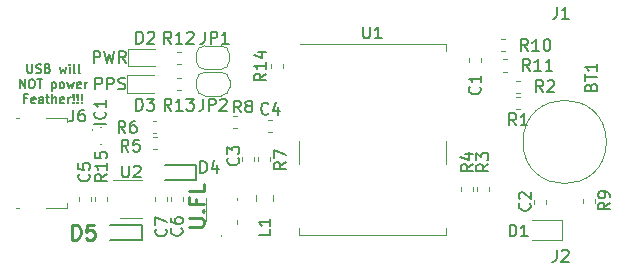
<source format=gbr>
G04 #@! TF.GenerationSoftware,KiCad,Pcbnew,(5.1.4)-1*
G04 #@! TF.CreationDate,2020-01-06T17:29:22-05:00*
G04 #@! TF.ProjectId,Feather-NEO-M9N-GPS,46656174-6865-4722-9d4e-454f2d4d394e,rev?*
G04 #@! TF.SameCoordinates,Original*
G04 #@! TF.FileFunction,Legend,Top*
G04 #@! TF.FilePolarity,Positive*
%FSLAX46Y46*%
G04 Gerber Fmt 4.6, Leading zero omitted, Abs format (unit mm)*
G04 Created by KiCad (PCBNEW (5.1.4)-1) date 2020-01-06 17:29:22*
%MOMM*%
%LPD*%
G04 APERTURE LIST*
%ADD10C,0.150000*%
%ADD11C,0.200000*%
%ADD12C,0.120000*%
%ADD13C,0.050000*%
%ADD14C,0.100000*%
%ADD15C,0.254000*%
G04 APERTURE END LIST*
D10*
X135459624Y-82118460D02*
X135459624Y-81118460D01*
X135840577Y-81118460D01*
X135935815Y-81166080D01*
X135983434Y-81213699D01*
X136031053Y-81308937D01*
X136031053Y-81451794D01*
X135983434Y-81547032D01*
X135935815Y-81594651D01*
X135840577Y-81642270D01*
X135459624Y-81642270D01*
X136459624Y-82118460D02*
X136459624Y-81118460D01*
X136840577Y-81118460D01*
X136935815Y-81166080D01*
X136983434Y-81213699D01*
X137031053Y-81308937D01*
X137031053Y-81451794D01*
X136983434Y-81547032D01*
X136935815Y-81594651D01*
X136840577Y-81642270D01*
X136459624Y-81642270D01*
X137412005Y-82070841D02*
X137554862Y-82118460D01*
X137792958Y-82118460D01*
X137888196Y-82070841D01*
X137935815Y-82023222D01*
X137983434Y-81927984D01*
X137983434Y-81832746D01*
X137935815Y-81737508D01*
X137888196Y-81689889D01*
X137792958Y-81642270D01*
X137602481Y-81594651D01*
X137507243Y-81547032D01*
X137459624Y-81499413D01*
X137412005Y-81404175D01*
X137412005Y-81308937D01*
X137459624Y-81213699D01*
X137507243Y-81166080D01*
X137602481Y-81118460D01*
X137840577Y-81118460D01*
X137983434Y-81166080D01*
X135313586Y-79868020D02*
X135313586Y-78868020D01*
X135694539Y-78868020D01*
X135789777Y-78915640D01*
X135837396Y-78963259D01*
X135885015Y-79058497D01*
X135885015Y-79201354D01*
X135837396Y-79296592D01*
X135789777Y-79344211D01*
X135694539Y-79391830D01*
X135313586Y-79391830D01*
X136218348Y-78868020D02*
X136456443Y-79868020D01*
X136646920Y-79153735D01*
X136837396Y-79868020D01*
X137075491Y-78868020D01*
X138027872Y-79868020D02*
X137694539Y-79391830D01*
X137456443Y-79868020D02*
X137456443Y-78868020D01*
X137837396Y-78868020D01*
X137932634Y-78915640D01*
X137980253Y-78963259D01*
X138027872Y-79058497D01*
X138027872Y-79201354D01*
X137980253Y-79296592D01*
X137932634Y-79344211D01*
X137837396Y-79391830D01*
X137456443Y-79391830D01*
X129680371Y-79970205D02*
X129680371Y-80577348D01*
X129716085Y-80648777D01*
X129751800Y-80684491D01*
X129823228Y-80720205D01*
X129966085Y-80720205D01*
X130037514Y-80684491D01*
X130073228Y-80648777D01*
X130108942Y-80577348D01*
X130108942Y-79970205D01*
X130430371Y-80684491D02*
X130537514Y-80720205D01*
X130716085Y-80720205D01*
X130787514Y-80684491D01*
X130823228Y-80648777D01*
X130858942Y-80577348D01*
X130858942Y-80505920D01*
X130823228Y-80434491D01*
X130787514Y-80398777D01*
X130716085Y-80363062D01*
X130573228Y-80327348D01*
X130501800Y-80291634D01*
X130466085Y-80255920D01*
X130430371Y-80184491D01*
X130430371Y-80113062D01*
X130466085Y-80041634D01*
X130501800Y-80005920D01*
X130573228Y-79970205D01*
X130751800Y-79970205D01*
X130858942Y-80005920D01*
X131430371Y-80327348D02*
X131537514Y-80363062D01*
X131573228Y-80398777D01*
X131608942Y-80470205D01*
X131608942Y-80577348D01*
X131573228Y-80648777D01*
X131537514Y-80684491D01*
X131466085Y-80720205D01*
X131180371Y-80720205D01*
X131180371Y-79970205D01*
X131430371Y-79970205D01*
X131501800Y-80005920D01*
X131537514Y-80041634D01*
X131573228Y-80113062D01*
X131573228Y-80184491D01*
X131537514Y-80255920D01*
X131501800Y-80291634D01*
X131430371Y-80327348D01*
X131180371Y-80327348D01*
X132430371Y-80220205D02*
X132573228Y-80720205D01*
X132716085Y-80363062D01*
X132858942Y-80720205D01*
X133001800Y-80220205D01*
X133287514Y-80720205D02*
X133287514Y-80220205D01*
X133287514Y-79970205D02*
X133251800Y-80005920D01*
X133287514Y-80041634D01*
X133323228Y-80005920D01*
X133287514Y-79970205D01*
X133287514Y-80041634D01*
X133751800Y-80720205D02*
X133680371Y-80684491D01*
X133644657Y-80613062D01*
X133644657Y-79970205D01*
X134144657Y-80720205D02*
X134073228Y-80684491D01*
X134037514Y-80613062D01*
X134037514Y-79970205D01*
X129073228Y-81995205D02*
X129073228Y-81245205D01*
X129501800Y-81995205D01*
X129501800Y-81245205D01*
X130001800Y-81245205D02*
X130144657Y-81245205D01*
X130216085Y-81280920D01*
X130287514Y-81352348D01*
X130323228Y-81495205D01*
X130323228Y-81745205D01*
X130287514Y-81888062D01*
X130216085Y-81959491D01*
X130144657Y-81995205D01*
X130001800Y-81995205D01*
X129930371Y-81959491D01*
X129858942Y-81888062D01*
X129823228Y-81745205D01*
X129823228Y-81495205D01*
X129858942Y-81352348D01*
X129930371Y-81280920D01*
X130001800Y-81245205D01*
X130537514Y-81245205D02*
X130966085Y-81245205D01*
X130751800Y-81995205D02*
X130751800Y-81245205D01*
X131787514Y-81495205D02*
X131787514Y-82245205D01*
X131787514Y-81530920D02*
X131858942Y-81495205D01*
X132001800Y-81495205D01*
X132073228Y-81530920D01*
X132108942Y-81566634D01*
X132144657Y-81638062D01*
X132144657Y-81852348D01*
X132108942Y-81923777D01*
X132073228Y-81959491D01*
X132001800Y-81995205D01*
X131858942Y-81995205D01*
X131787514Y-81959491D01*
X132573228Y-81995205D02*
X132501800Y-81959491D01*
X132466085Y-81923777D01*
X132430371Y-81852348D01*
X132430371Y-81638062D01*
X132466085Y-81566634D01*
X132501800Y-81530920D01*
X132573228Y-81495205D01*
X132680371Y-81495205D01*
X132751800Y-81530920D01*
X132787514Y-81566634D01*
X132823228Y-81638062D01*
X132823228Y-81852348D01*
X132787514Y-81923777D01*
X132751800Y-81959491D01*
X132680371Y-81995205D01*
X132573228Y-81995205D01*
X133073228Y-81495205D02*
X133216085Y-81995205D01*
X133358942Y-81638062D01*
X133501800Y-81995205D01*
X133644657Y-81495205D01*
X134216085Y-81959491D02*
X134144657Y-81995205D01*
X134001800Y-81995205D01*
X133930371Y-81959491D01*
X133894657Y-81888062D01*
X133894657Y-81602348D01*
X133930371Y-81530920D01*
X134001800Y-81495205D01*
X134144657Y-81495205D01*
X134216085Y-81530920D01*
X134251800Y-81602348D01*
X134251800Y-81673777D01*
X133894657Y-81745205D01*
X134573228Y-81995205D02*
X134573228Y-81495205D01*
X134573228Y-81638062D02*
X134608942Y-81566634D01*
X134644657Y-81530920D01*
X134716085Y-81495205D01*
X134787514Y-81495205D01*
X129680371Y-82877348D02*
X129430371Y-82877348D01*
X129430371Y-83270205D02*
X129430371Y-82520205D01*
X129787514Y-82520205D01*
X130358942Y-83234491D02*
X130287514Y-83270205D01*
X130144657Y-83270205D01*
X130073228Y-83234491D01*
X130037514Y-83163062D01*
X130037514Y-82877348D01*
X130073228Y-82805920D01*
X130144657Y-82770205D01*
X130287514Y-82770205D01*
X130358942Y-82805920D01*
X130394657Y-82877348D01*
X130394657Y-82948777D01*
X130037514Y-83020205D01*
X131037514Y-83270205D02*
X131037514Y-82877348D01*
X131001800Y-82805920D01*
X130930371Y-82770205D01*
X130787514Y-82770205D01*
X130716085Y-82805920D01*
X131037514Y-83234491D02*
X130966085Y-83270205D01*
X130787514Y-83270205D01*
X130716085Y-83234491D01*
X130680371Y-83163062D01*
X130680371Y-83091634D01*
X130716085Y-83020205D01*
X130787514Y-82984491D01*
X130966085Y-82984491D01*
X131037514Y-82948777D01*
X131287514Y-82770205D02*
X131573228Y-82770205D01*
X131394657Y-82520205D02*
X131394657Y-83163062D01*
X131430371Y-83234491D01*
X131501800Y-83270205D01*
X131573228Y-83270205D01*
X131823228Y-83270205D02*
X131823228Y-82520205D01*
X132144657Y-83270205D02*
X132144657Y-82877348D01*
X132108942Y-82805920D01*
X132037514Y-82770205D01*
X131930371Y-82770205D01*
X131858942Y-82805920D01*
X131823228Y-82841634D01*
X132787514Y-83234491D02*
X132716085Y-83270205D01*
X132573228Y-83270205D01*
X132501800Y-83234491D01*
X132466085Y-83163062D01*
X132466085Y-82877348D01*
X132501800Y-82805920D01*
X132573228Y-82770205D01*
X132716085Y-82770205D01*
X132787514Y-82805920D01*
X132823228Y-82877348D01*
X132823228Y-82948777D01*
X132466085Y-83020205D01*
X133144657Y-83270205D02*
X133144657Y-82770205D01*
X133144657Y-82913062D02*
X133180371Y-82841634D01*
X133216085Y-82805920D01*
X133287514Y-82770205D01*
X133358942Y-82770205D01*
X133608942Y-83198777D02*
X133644657Y-83234491D01*
X133608942Y-83270205D01*
X133573228Y-83234491D01*
X133608942Y-83198777D01*
X133608942Y-83270205D01*
X133608942Y-82984491D02*
X133573228Y-82555920D01*
X133608942Y-82520205D01*
X133644657Y-82555920D01*
X133608942Y-82984491D01*
X133608942Y-82520205D01*
X133966085Y-83198777D02*
X134001800Y-83234491D01*
X133966085Y-83270205D01*
X133930371Y-83234491D01*
X133966085Y-83198777D01*
X133966085Y-83270205D01*
X133966085Y-82984491D02*
X133930371Y-82555920D01*
X133966085Y-82520205D01*
X134001800Y-82555920D01*
X133966085Y-82984491D01*
X133966085Y-82520205D01*
X134323228Y-83198777D02*
X134358942Y-83234491D01*
X134323228Y-83270205D01*
X134287514Y-83234491D01*
X134323228Y-83198777D01*
X134323228Y-83270205D01*
X134323228Y-82984491D02*
X134287514Y-82555920D01*
X134323228Y-82520205D01*
X134358942Y-82555920D01*
X134323228Y-82984491D01*
X134323228Y-82520205D01*
D11*
X139391800Y-93558600D02*
X136716800Y-93558600D01*
X139391800Y-94858600D02*
X136716800Y-94858600D01*
X139391800Y-94858600D02*
X139391800Y-93558600D01*
X144001900Y-88478600D02*
X141326900Y-88478600D01*
X144001900Y-89778600D02*
X141326900Y-89778600D01*
X144001900Y-89778600D02*
X144001900Y-88478600D01*
D12*
X141556200Y-91564679D02*
X141556200Y-91239121D01*
X140536200Y-91564679D02*
X140536200Y-91239121D01*
X142915100Y-91564679D02*
X142915100Y-91239121D01*
X141895100Y-91564679D02*
X141895100Y-91239121D01*
X135053800Y-91551979D02*
X135053800Y-91226421D01*
X134033800Y-91551979D02*
X134033800Y-91226421D01*
X139380800Y-89791900D02*
X136930800Y-89791900D01*
X137580800Y-93011900D02*
X139380800Y-93011900D01*
X135443500Y-91201021D02*
X135443500Y-91526579D01*
X136463500Y-91201021D02*
X136463500Y-91526579D01*
X165112400Y-93847300D02*
X165112400Y-94447300D01*
X165112400Y-78237300D02*
X165112400Y-78847300D01*
X152692400Y-93847300D02*
X152692400Y-94457300D01*
X152802400Y-78237300D02*
X165112400Y-78237300D01*
X152692400Y-94457300D02*
X165112400Y-94457300D01*
X165112400Y-86447300D02*
X165112400Y-88447300D01*
X152692400Y-86447300D02*
X152692400Y-88447300D01*
D13*
X135215400Y-85529800D02*
G75*
G02X135165400Y-85529800I-25000J0D01*
G01*
X135165400Y-85529800D02*
G75*
G02X135215400Y-85529800I25000J0D01*
G01*
D14*
X135915400Y-86754800D02*
X135965400Y-86754800D01*
X135915400Y-85304800D02*
X135965400Y-85304800D01*
X135865400Y-86754800D02*
X135915400Y-86754800D01*
X135865400Y-85304800D02*
X135915400Y-85304800D01*
D13*
X135165400Y-85529800D02*
X135165400Y-85529800D01*
X135215400Y-85529800D02*
X135215400Y-85529800D01*
D14*
X146138900Y-94452800D02*
G75*
G03X146138900Y-94552800I0J-50000D01*
G01*
X146138900Y-94552800D02*
G75*
G03X146138900Y-94452800I0J50000D01*
G01*
X146138900Y-94552800D02*
X146138900Y-94552800D01*
X146138900Y-94452800D02*
X146138900Y-94452800D01*
X147438900Y-91502800D02*
X147438900Y-91300800D01*
X147438900Y-93195800D02*
X147438900Y-93502800D01*
X144838900Y-93252800D02*
X144838900Y-91300800D01*
D12*
X128707840Y-84510880D02*
X128967840Y-84510880D01*
X131247840Y-84510880D02*
X133017840Y-84510880D01*
X133017840Y-84510880D02*
X133017840Y-84890880D01*
X133017840Y-92130880D02*
X131247840Y-92130880D01*
X128967840Y-92130880D02*
X128707840Y-92130880D01*
X133017840Y-92130880D02*
X133017840Y-91750880D01*
X151386000Y-80294699D02*
X151386000Y-79969141D01*
X150366000Y-80294699D02*
X150366000Y-79969141D01*
X142366941Y-82155760D02*
X142692499Y-82155760D01*
X142366941Y-81135760D02*
X142692499Y-81135760D01*
X142361701Y-79940880D02*
X142687259Y-79940880D01*
X142361701Y-78920880D02*
X142687259Y-78920880D01*
X170322459Y-79576200D02*
X169996901Y-79576200D01*
X170322459Y-80596200D02*
X169996901Y-80596200D01*
X170164979Y-77843920D02*
X169839421Y-77843920D01*
X170164979Y-78863920D02*
X169839421Y-78863920D01*
X176741360Y-91422001D02*
X176741360Y-91747559D01*
X177761360Y-91422001D02*
X177761360Y-91747559D01*
X147106421Y-85346000D02*
X147431979Y-85346000D01*
X147106421Y-84326000D02*
X147431979Y-84326000D01*
X149248400Y-87835521D02*
X149248400Y-88161079D01*
X150268400Y-87835521D02*
X150268400Y-88161079D01*
X140627319Y-84813680D02*
X140301761Y-84813680D01*
X140627319Y-85833680D02*
X140301761Y-85833680D01*
X140637479Y-86170040D02*
X140311921Y-86170040D01*
X140637479Y-87190040D02*
X140311921Y-87190040D01*
X167446420Y-90688379D02*
X167446420Y-90362821D01*
X166426420Y-90688379D02*
X166426420Y-90362821D01*
X168802780Y-90688379D02*
X168802780Y-90362821D01*
X167782780Y-90688379D02*
X167782780Y-90362821D01*
X171424819Y-81379600D02*
X171099261Y-81379600D01*
X171424819Y-82399600D02*
X171099261Y-82399600D01*
X171409579Y-82756280D02*
X171084021Y-82756280D01*
X171409579Y-83776280D02*
X171084021Y-83776280D01*
X150103621Y-85727000D02*
X150429179Y-85727000D01*
X150103621Y-84707000D02*
X150429179Y-84707000D01*
X147902200Y-87835521D02*
X147902200Y-88161079D01*
X148922200Y-87835521D02*
X148922200Y-88161079D01*
X172626560Y-91447401D02*
X172626560Y-91772959D01*
X173646560Y-91447401D02*
X173646560Y-91772959D01*
X167069040Y-79491621D02*
X167069040Y-79817179D01*
X168089040Y-79491621D02*
X168089040Y-79817179D01*
X146120080Y-82645760D02*
X144720080Y-82645760D01*
X144020080Y-81945760D02*
X144020080Y-81345760D01*
X144720080Y-80645760D02*
X146120080Y-80645760D01*
X146820080Y-81345760D02*
X146820080Y-81945760D01*
X146820080Y-81945760D02*
G75*
G02X146120080Y-82645760I-700000J0D01*
G01*
X146120080Y-80645760D02*
G75*
G02X146820080Y-81345760I0J-700000D01*
G01*
X144020080Y-81345760D02*
G75*
G02X144720080Y-80645760I700000J0D01*
G01*
X144720080Y-82645760D02*
G75*
G02X144020080Y-81945760I0J700000D01*
G01*
X146107380Y-80413100D02*
X144707380Y-80413100D01*
X144007380Y-79713100D02*
X144007380Y-79113100D01*
X144707380Y-78413100D02*
X146107380Y-78413100D01*
X146807380Y-79113100D02*
X146807380Y-79713100D01*
X146807380Y-79713100D02*
G75*
G02X146107380Y-80413100I-700000J0D01*
G01*
X146107380Y-78413100D02*
G75*
G02X146807380Y-79113100I0J-700000D01*
G01*
X144007380Y-79113100D02*
G75*
G02X144707380Y-78413100I700000J0D01*
G01*
X144707380Y-80413100D02*
G75*
G02X144007380Y-79713100I0J700000D01*
G01*
X138174360Y-82380760D02*
X140459360Y-82380760D01*
X138174360Y-80910760D02*
X138174360Y-82380760D01*
X140459360Y-80910760D02*
X138174360Y-80910760D01*
X138181980Y-80148100D02*
X140466980Y-80148100D01*
X138181980Y-78678100D02*
X138181980Y-80148100D01*
X140466980Y-78678100D02*
X138181980Y-78678100D01*
X174941360Y-94873180D02*
X172391360Y-94873180D01*
X174941360Y-93173180D02*
X172391360Y-93173180D01*
X174941360Y-94873180D02*
X174941360Y-93173180D01*
X178723960Y-86559380D02*
G75*
G03X178723960Y-86559380I-3530000J0D01*
G01*
X150468400Y-91558878D02*
X150468400Y-91041722D01*
X149048400Y-91558878D02*
X149048400Y-91041722D01*
D15*
X133479419Y-94821223D02*
X133479419Y-93551223D01*
X133781800Y-93551223D01*
X133963228Y-93611700D01*
X134084180Y-93732652D01*
X134144657Y-93853604D01*
X134205133Y-94095509D01*
X134205133Y-94276938D01*
X134144657Y-94518842D01*
X134084180Y-94639795D01*
X133963228Y-94760747D01*
X133781800Y-94821223D01*
X133479419Y-94821223D01*
X135354180Y-93551223D02*
X134749419Y-93551223D01*
X134688942Y-94155985D01*
X134749419Y-94095509D01*
X134870371Y-94035033D01*
X135172752Y-94035033D01*
X135293704Y-94095509D01*
X135354180Y-94155985D01*
X135414657Y-94276938D01*
X135414657Y-94579319D01*
X135354180Y-94700271D01*
X135293704Y-94760747D01*
X135172752Y-94821223D01*
X134870371Y-94821223D01*
X134749419Y-94760747D01*
X134688942Y-94700271D01*
D10*
X144346704Y-89174580D02*
X144346704Y-88174580D01*
X144584800Y-88174580D01*
X144727657Y-88222200D01*
X144822895Y-88317438D01*
X144870514Y-88412676D01*
X144918133Y-88603152D01*
X144918133Y-88746009D01*
X144870514Y-88936485D01*
X144822895Y-89031723D01*
X144727657Y-89126961D01*
X144584800Y-89174580D01*
X144346704Y-89174580D01*
X145775276Y-88507914D02*
X145775276Y-89174580D01*
X145537180Y-88126961D02*
X145299085Y-88841247D01*
X145918133Y-88841247D01*
X141416042Y-93930766D02*
X141463661Y-93978385D01*
X141511280Y-94121242D01*
X141511280Y-94216480D01*
X141463661Y-94359338D01*
X141368423Y-94454576D01*
X141273185Y-94502195D01*
X141082709Y-94549814D01*
X140939852Y-94549814D01*
X140749376Y-94502195D01*
X140654138Y-94454576D01*
X140558900Y-94359338D01*
X140511280Y-94216480D01*
X140511280Y-94121242D01*
X140558900Y-93978385D01*
X140606519Y-93930766D01*
X140511280Y-93597433D02*
X140511280Y-92930766D01*
X141511280Y-93359338D01*
X142749542Y-93867266D02*
X142797161Y-93914885D01*
X142844780Y-94057742D01*
X142844780Y-94152980D01*
X142797161Y-94295838D01*
X142701923Y-94391076D01*
X142606685Y-94438695D01*
X142416209Y-94486314D01*
X142273352Y-94486314D01*
X142082876Y-94438695D01*
X141987638Y-94391076D01*
X141892400Y-94295838D01*
X141844780Y-94152980D01*
X141844780Y-94057742D01*
X141892400Y-93914885D01*
X141940019Y-93867266D01*
X141844780Y-93010123D02*
X141844780Y-93200600D01*
X141892400Y-93295838D01*
X141940019Y-93343457D01*
X142082876Y-93438695D01*
X142273352Y-93486314D01*
X142654304Y-93486314D01*
X142749542Y-93438695D01*
X142797161Y-93391076D01*
X142844780Y-93295838D01*
X142844780Y-93105361D01*
X142797161Y-93010123D01*
X142749542Y-92962504D01*
X142654304Y-92914885D01*
X142416209Y-92914885D01*
X142320971Y-92962504D01*
X142273352Y-93010123D01*
X142225733Y-93105361D01*
X142225733Y-93295838D01*
X142273352Y-93391076D01*
X142320971Y-93438695D01*
X142416209Y-93486314D01*
X134900942Y-89282566D02*
X134948561Y-89330185D01*
X134996180Y-89473042D01*
X134996180Y-89568280D01*
X134948561Y-89711138D01*
X134853323Y-89806376D01*
X134758085Y-89853995D01*
X134567609Y-89901614D01*
X134424752Y-89901614D01*
X134234276Y-89853995D01*
X134139038Y-89806376D01*
X134043800Y-89711138D01*
X133996180Y-89568280D01*
X133996180Y-89473042D01*
X134043800Y-89330185D01*
X134091419Y-89282566D01*
X133996180Y-88377804D02*
X133996180Y-88853995D01*
X134472371Y-88901614D01*
X134424752Y-88853995D01*
X134377133Y-88758757D01*
X134377133Y-88520661D01*
X134424752Y-88425423D01*
X134472371Y-88377804D01*
X134567609Y-88330185D01*
X134805704Y-88330185D01*
X134900942Y-88377804D01*
X134948561Y-88425423D01*
X134996180Y-88520661D01*
X134996180Y-88758757D01*
X134948561Y-88853995D01*
X134900942Y-88901614D01*
X137718895Y-88568280D02*
X137718895Y-89377804D01*
X137766514Y-89473042D01*
X137814133Y-89520661D01*
X137909371Y-89568280D01*
X138099847Y-89568280D01*
X138195085Y-89520661D01*
X138242704Y-89473042D01*
X138290323Y-89377804D01*
X138290323Y-88568280D01*
X138718895Y-88663519D02*
X138766514Y-88615900D01*
X138861752Y-88568280D01*
X139099847Y-88568280D01*
X139195085Y-88615900D01*
X139242704Y-88663519D01*
X139290323Y-88758757D01*
X139290323Y-88853995D01*
X139242704Y-88996852D01*
X138671276Y-89568280D01*
X139290323Y-89568280D01*
X136431280Y-89288857D02*
X135955090Y-89622190D01*
X136431280Y-89860285D02*
X135431280Y-89860285D01*
X135431280Y-89479333D01*
X135478900Y-89384095D01*
X135526519Y-89336476D01*
X135621757Y-89288857D01*
X135764614Y-89288857D01*
X135859852Y-89336476D01*
X135907471Y-89384095D01*
X135955090Y-89479333D01*
X135955090Y-89860285D01*
X136431280Y-88336476D02*
X136431280Y-88907904D01*
X136431280Y-88622190D02*
X135431280Y-88622190D01*
X135574138Y-88717428D01*
X135669376Y-88812666D01*
X135716995Y-88907904D01*
X135431280Y-87431714D02*
X135431280Y-87907904D01*
X135907471Y-87955523D01*
X135859852Y-87907904D01*
X135812233Y-87812666D01*
X135812233Y-87574571D01*
X135859852Y-87479333D01*
X135907471Y-87431714D01*
X136002709Y-87384095D01*
X136240804Y-87384095D01*
X136336042Y-87431714D01*
X136383661Y-87479333D01*
X136431280Y-87574571D01*
X136431280Y-87812666D01*
X136383661Y-87907904D01*
X136336042Y-87955523D01*
X158140495Y-76799680D02*
X158140495Y-77609204D01*
X158188114Y-77704442D01*
X158235733Y-77752061D01*
X158330971Y-77799680D01*
X158521447Y-77799680D01*
X158616685Y-77752061D01*
X158664304Y-77704442D01*
X158711923Y-77609204D01*
X158711923Y-76799680D01*
X159711923Y-77799680D02*
X159140495Y-77799680D01*
X159426209Y-77799680D02*
X159426209Y-76799680D01*
X159330971Y-76942538D01*
X159235733Y-77037776D01*
X159140495Y-77085395D01*
X136362700Y-85050190D02*
X135362700Y-85050190D01*
X136267462Y-84002571D02*
X136315081Y-84050190D01*
X136362700Y-84193047D01*
X136362700Y-84288285D01*
X136315081Y-84431142D01*
X136219843Y-84526380D01*
X136124605Y-84574000D01*
X135934129Y-84621619D01*
X135791272Y-84621619D01*
X135600796Y-84574000D01*
X135505558Y-84526380D01*
X135410320Y-84431142D01*
X135362700Y-84288285D01*
X135362700Y-84193047D01*
X135410320Y-84050190D01*
X135457939Y-84002571D01*
X136362700Y-83050190D02*
X136362700Y-83621619D01*
X136362700Y-83335904D02*
X135362700Y-83335904D01*
X135505558Y-83431142D01*
X135600796Y-83526380D01*
X135648415Y-83621619D01*
D15*
X143398723Y-93722371D02*
X144426819Y-93722371D01*
X144547771Y-93661895D01*
X144608247Y-93601419D01*
X144668723Y-93480466D01*
X144668723Y-93238561D01*
X144608247Y-93117609D01*
X144547771Y-93057133D01*
X144426819Y-92996657D01*
X143398723Y-92996657D01*
X144547771Y-92391895D02*
X144608247Y-92331419D01*
X144668723Y-92391895D01*
X144608247Y-92452371D01*
X144547771Y-92391895D01*
X144668723Y-92391895D01*
X144003485Y-91363800D02*
X144003485Y-91787133D01*
X144668723Y-91787133D02*
X143398723Y-91787133D01*
X143398723Y-91182371D01*
X144668723Y-90093800D02*
X144668723Y-90698561D01*
X143398723Y-90698561D01*
D10*
X133600866Y-83818480D02*
X133600866Y-84532766D01*
X133553247Y-84675623D01*
X133458009Y-84770861D01*
X133315152Y-84818480D01*
X133219914Y-84818480D01*
X134505628Y-83818480D02*
X134315152Y-83818480D01*
X134219914Y-83866100D01*
X134172295Y-83913719D01*
X134077057Y-84056576D01*
X134029438Y-84247052D01*
X134029438Y-84628004D01*
X134077057Y-84723242D01*
X134124676Y-84770861D01*
X134219914Y-84818480D01*
X134410390Y-84818480D01*
X134505628Y-84770861D01*
X134553247Y-84723242D01*
X134600866Y-84628004D01*
X134600866Y-84389909D01*
X134553247Y-84294671D01*
X134505628Y-84247052D01*
X134410390Y-84199433D01*
X134219914Y-84199433D01*
X134124676Y-84247052D01*
X134077057Y-84294671D01*
X134029438Y-84389909D01*
X149898380Y-80774777D02*
X149422190Y-81108110D01*
X149898380Y-81346205D02*
X148898380Y-81346205D01*
X148898380Y-80965253D01*
X148946000Y-80870015D01*
X148993619Y-80822396D01*
X149088857Y-80774777D01*
X149231714Y-80774777D01*
X149326952Y-80822396D01*
X149374571Y-80870015D01*
X149422190Y-80965253D01*
X149422190Y-81346205D01*
X149898380Y-79822396D02*
X149898380Y-80393824D01*
X149898380Y-80108110D02*
X148898380Y-80108110D01*
X149041238Y-80203348D01*
X149136476Y-80298586D01*
X149184095Y-80393824D01*
X149231714Y-78965253D02*
X149898380Y-78965253D01*
X148850761Y-79203348D02*
X149565047Y-79441443D01*
X149565047Y-78822396D01*
X141886702Y-83898140D02*
X141553369Y-83421950D01*
X141315274Y-83898140D02*
X141315274Y-82898140D01*
X141696226Y-82898140D01*
X141791464Y-82945760D01*
X141839083Y-82993379D01*
X141886702Y-83088617D01*
X141886702Y-83231474D01*
X141839083Y-83326712D01*
X141791464Y-83374331D01*
X141696226Y-83421950D01*
X141315274Y-83421950D01*
X142839083Y-83898140D02*
X142267655Y-83898140D01*
X142553369Y-83898140D02*
X142553369Y-82898140D01*
X142458131Y-83040998D01*
X142362893Y-83136236D01*
X142267655Y-83183855D01*
X143172417Y-82898140D02*
X143791464Y-82898140D01*
X143458131Y-83279093D01*
X143600988Y-83279093D01*
X143696226Y-83326712D01*
X143743845Y-83374331D01*
X143791464Y-83469569D01*
X143791464Y-83707664D01*
X143743845Y-83802902D01*
X143696226Y-83850521D01*
X143600988Y-83898140D01*
X143315274Y-83898140D01*
X143220036Y-83850521D01*
X143172417Y-83802902D01*
X141881062Y-78244960D02*
X141547729Y-77768770D01*
X141309634Y-78244960D02*
X141309634Y-77244960D01*
X141690586Y-77244960D01*
X141785824Y-77292580D01*
X141833443Y-77340199D01*
X141881062Y-77435437D01*
X141881062Y-77578294D01*
X141833443Y-77673532D01*
X141785824Y-77721151D01*
X141690586Y-77768770D01*
X141309634Y-77768770D01*
X142833443Y-78244960D02*
X142262015Y-78244960D01*
X142547729Y-78244960D02*
X142547729Y-77244960D01*
X142452491Y-77387818D01*
X142357253Y-77483056D01*
X142262015Y-77530675D01*
X143214396Y-77340199D02*
X143262015Y-77292580D01*
X143357253Y-77244960D01*
X143595348Y-77244960D01*
X143690586Y-77292580D01*
X143738205Y-77340199D01*
X143785824Y-77435437D01*
X143785824Y-77530675D01*
X143738205Y-77673532D01*
X143166777Y-78244960D01*
X143785824Y-78244960D01*
X172244782Y-80533500D02*
X171911449Y-80057310D01*
X171673354Y-80533500D02*
X171673354Y-79533500D01*
X172054306Y-79533500D01*
X172149544Y-79581120D01*
X172197163Y-79628739D01*
X172244782Y-79723977D01*
X172244782Y-79866834D01*
X172197163Y-79962072D01*
X172149544Y-80009691D01*
X172054306Y-80057310D01*
X171673354Y-80057310D01*
X173197163Y-80533500D02*
X172625735Y-80533500D01*
X172911449Y-80533500D02*
X172911449Y-79533500D01*
X172816211Y-79676358D01*
X172720973Y-79771596D01*
X172625735Y-79819215D01*
X174149544Y-80533500D02*
X173578116Y-80533500D01*
X173863830Y-80533500D02*
X173863830Y-79533500D01*
X173768592Y-79676358D01*
X173673354Y-79771596D01*
X173578116Y-79819215D01*
X172077142Y-78862180D02*
X171743809Y-78385990D01*
X171505714Y-78862180D02*
X171505714Y-77862180D01*
X171886666Y-77862180D01*
X171981904Y-77909800D01*
X172029523Y-77957419D01*
X172077142Y-78052657D01*
X172077142Y-78195514D01*
X172029523Y-78290752D01*
X171981904Y-78338371D01*
X171886666Y-78385990D01*
X171505714Y-78385990D01*
X173029523Y-78862180D02*
X172458095Y-78862180D01*
X172743809Y-78862180D02*
X172743809Y-77862180D01*
X172648571Y-78005038D01*
X172553333Y-78100276D01*
X172458095Y-78147895D01*
X173648571Y-77862180D02*
X173743809Y-77862180D01*
X173839047Y-77909800D01*
X173886666Y-77957419D01*
X173934285Y-78052657D01*
X173981904Y-78243133D01*
X173981904Y-78481228D01*
X173934285Y-78671704D01*
X173886666Y-78766942D01*
X173839047Y-78814561D01*
X173743809Y-78862180D01*
X173648571Y-78862180D01*
X173553333Y-78814561D01*
X173505714Y-78766942D01*
X173458095Y-78671704D01*
X173410476Y-78481228D01*
X173410476Y-78243133D01*
X173458095Y-78052657D01*
X173505714Y-77957419D01*
X173553333Y-77909800D01*
X173648571Y-77862180D01*
X179024540Y-91700646D02*
X178548350Y-92033980D01*
X179024540Y-92272075D02*
X178024540Y-92272075D01*
X178024540Y-91891122D01*
X178072160Y-91795884D01*
X178119779Y-91748265D01*
X178215017Y-91700646D01*
X178357874Y-91700646D01*
X178453112Y-91748265D01*
X178500731Y-91795884D01*
X178548350Y-91891122D01*
X178548350Y-92272075D01*
X179024540Y-91224456D02*
X179024540Y-91033980D01*
X178976921Y-90938741D01*
X178929302Y-90891122D01*
X178786445Y-90795884D01*
X178595969Y-90748265D01*
X178215017Y-90748265D01*
X178119779Y-90795884D01*
X178072160Y-90843503D01*
X178024540Y-90938741D01*
X178024540Y-91129218D01*
X178072160Y-91224456D01*
X178119779Y-91272075D01*
X178215017Y-91319694D01*
X178453112Y-91319694D01*
X178548350Y-91272075D01*
X178595969Y-91224456D01*
X178643588Y-91129218D01*
X178643588Y-90938741D01*
X178595969Y-90843503D01*
X178548350Y-90795884D01*
X178453112Y-90748265D01*
X147788333Y-84056480D02*
X147455000Y-83580290D01*
X147216904Y-84056480D02*
X147216904Y-83056480D01*
X147597857Y-83056480D01*
X147693095Y-83104100D01*
X147740714Y-83151719D01*
X147788333Y-83246957D01*
X147788333Y-83389814D01*
X147740714Y-83485052D01*
X147693095Y-83532671D01*
X147597857Y-83580290D01*
X147216904Y-83580290D01*
X148359761Y-83485052D02*
X148264523Y-83437433D01*
X148216904Y-83389814D01*
X148169285Y-83294576D01*
X148169285Y-83246957D01*
X148216904Y-83151719D01*
X148264523Y-83104100D01*
X148359761Y-83056480D01*
X148550238Y-83056480D01*
X148645476Y-83104100D01*
X148693095Y-83151719D01*
X148740714Y-83246957D01*
X148740714Y-83294576D01*
X148693095Y-83389814D01*
X148645476Y-83437433D01*
X148550238Y-83485052D01*
X148359761Y-83485052D01*
X148264523Y-83532671D01*
X148216904Y-83580290D01*
X148169285Y-83675528D01*
X148169285Y-83866004D01*
X148216904Y-83961242D01*
X148264523Y-84008861D01*
X148359761Y-84056480D01*
X148550238Y-84056480D01*
X148645476Y-84008861D01*
X148693095Y-83961242D01*
X148740714Y-83866004D01*
X148740714Y-83675528D01*
X148693095Y-83580290D01*
X148645476Y-83532671D01*
X148550238Y-83485052D01*
X151569680Y-88266566D02*
X151093490Y-88599900D01*
X151569680Y-88837995D02*
X150569680Y-88837995D01*
X150569680Y-88457042D01*
X150617300Y-88361804D01*
X150664919Y-88314185D01*
X150760157Y-88266566D01*
X150903014Y-88266566D01*
X150998252Y-88314185D01*
X151045871Y-88361804D01*
X151093490Y-88457042D01*
X151093490Y-88837995D01*
X150569680Y-87933233D02*
X150569680Y-87266566D01*
X151569680Y-87695138D01*
X137996633Y-85783680D02*
X137663300Y-85307490D01*
X137425204Y-85783680D02*
X137425204Y-84783680D01*
X137806157Y-84783680D01*
X137901395Y-84831300D01*
X137949014Y-84878919D01*
X137996633Y-84974157D01*
X137996633Y-85117014D01*
X137949014Y-85212252D01*
X137901395Y-85259871D01*
X137806157Y-85307490D01*
X137425204Y-85307490D01*
X138853776Y-84783680D02*
X138663300Y-84783680D01*
X138568061Y-84831300D01*
X138520442Y-84878919D01*
X138425204Y-85021776D01*
X138377585Y-85212252D01*
X138377585Y-85593204D01*
X138425204Y-85688442D01*
X138472823Y-85736061D01*
X138568061Y-85783680D01*
X138758538Y-85783680D01*
X138853776Y-85736061D01*
X138901395Y-85688442D01*
X138949014Y-85593204D01*
X138949014Y-85355109D01*
X138901395Y-85259871D01*
X138853776Y-85212252D01*
X138758538Y-85164633D01*
X138568061Y-85164633D01*
X138472823Y-85212252D01*
X138425204Y-85259871D01*
X138377585Y-85355109D01*
X138263333Y-87371180D02*
X137930000Y-86894990D01*
X137691904Y-87371180D02*
X137691904Y-86371180D01*
X138072857Y-86371180D01*
X138168095Y-86418800D01*
X138215714Y-86466419D01*
X138263333Y-86561657D01*
X138263333Y-86704514D01*
X138215714Y-86799752D01*
X138168095Y-86847371D01*
X138072857Y-86894990D01*
X137691904Y-86894990D01*
X139168095Y-86371180D02*
X138691904Y-86371180D01*
X138644285Y-86847371D01*
X138691904Y-86799752D01*
X138787142Y-86752133D01*
X139025238Y-86752133D01*
X139120476Y-86799752D01*
X139168095Y-86847371D01*
X139215714Y-86942609D01*
X139215714Y-87180704D01*
X139168095Y-87275942D01*
X139120476Y-87323561D01*
X139025238Y-87371180D01*
X138787142Y-87371180D01*
X138691904Y-87323561D01*
X138644285Y-87275942D01*
X167419280Y-88431666D02*
X166943090Y-88765000D01*
X167419280Y-89003095D02*
X166419280Y-89003095D01*
X166419280Y-88622142D01*
X166466900Y-88526904D01*
X166514519Y-88479285D01*
X166609757Y-88431666D01*
X166752614Y-88431666D01*
X166847852Y-88479285D01*
X166895471Y-88526904D01*
X166943090Y-88622142D01*
X166943090Y-89003095D01*
X166752614Y-87574523D02*
X167419280Y-87574523D01*
X166371661Y-87812619D02*
X167085947Y-88050714D01*
X167085947Y-87431666D01*
X168727380Y-88431666D02*
X168251190Y-88765000D01*
X168727380Y-89003095D02*
X167727380Y-89003095D01*
X167727380Y-88622142D01*
X167775000Y-88526904D01*
X167822619Y-88479285D01*
X167917857Y-88431666D01*
X168060714Y-88431666D01*
X168155952Y-88479285D01*
X168203571Y-88526904D01*
X168251190Y-88622142D01*
X168251190Y-89003095D01*
X167727380Y-88098333D02*
X167727380Y-87479285D01*
X168108333Y-87812619D01*
X168108333Y-87669761D01*
X168155952Y-87574523D01*
X168203571Y-87526904D01*
X168298809Y-87479285D01*
X168536904Y-87479285D01*
X168632142Y-87526904D01*
X168679761Y-87574523D01*
X168727380Y-87669761D01*
X168727380Y-87955476D01*
X168679761Y-88050714D01*
X168632142Y-88098333D01*
X173371213Y-82316580D02*
X173037880Y-81840390D01*
X172799784Y-82316580D02*
X172799784Y-81316580D01*
X173180737Y-81316580D01*
X173275975Y-81364200D01*
X173323594Y-81411819D01*
X173371213Y-81507057D01*
X173371213Y-81649914D01*
X173323594Y-81745152D01*
X173275975Y-81792771D01*
X173180737Y-81840390D01*
X172799784Y-81840390D01*
X173752165Y-81411819D02*
X173799784Y-81364200D01*
X173895022Y-81316580D01*
X174133118Y-81316580D01*
X174228356Y-81364200D01*
X174275975Y-81411819D01*
X174323594Y-81507057D01*
X174323594Y-81602295D01*
X174275975Y-81745152D01*
X173704546Y-82316580D01*
X174323594Y-82316580D01*
X171080133Y-85148660D02*
X170746800Y-84672470D01*
X170508704Y-85148660D02*
X170508704Y-84148660D01*
X170889657Y-84148660D01*
X170984895Y-84196280D01*
X171032514Y-84243899D01*
X171080133Y-84339137D01*
X171080133Y-84481994D01*
X171032514Y-84577232D01*
X170984895Y-84624851D01*
X170889657Y-84672470D01*
X170508704Y-84672470D01*
X172032514Y-85148660D02*
X171461085Y-85148660D01*
X171746800Y-85148660D02*
X171746800Y-84148660D01*
X171651561Y-84291518D01*
X171556323Y-84386756D01*
X171461085Y-84434375D01*
X150099733Y-84144142D02*
X150052114Y-84191761D01*
X149909257Y-84239380D01*
X149814019Y-84239380D01*
X149671161Y-84191761D01*
X149575923Y-84096523D01*
X149528304Y-84001285D01*
X149480685Y-83810809D01*
X149480685Y-83667952D01*
X149528304Y-83477476D01*
X149575923Y-83382238D01*
X149671161Y-83287000D01*
X149814019Y-83239380D01*
X149909257Y-83239380D01*
X150052114Y-83287000D01*
X150099733Y-83334619D01*
X150956876Y-83572714D02*
X150956876Y-84239380D01*
X150718780Y-83191761D02*
X150480685Y-83906047D01*
X151099733Y-83906047D01*
X147537442Y-87898266D02*
X147585061Y-87945885D01*
X147632680Y-88088742D01*
X147632680Y-88183980D01*
X147585061Y-88326838D01*
X147489823Y-88422076D01*
X147394585Y-88469695D01*
X147204109Y-88517314D01*
X147061252Y-88517314D01*
X146870776Y-88469695D01*
X146775538Y-88422076D01*
X146680300Y-88326838D01*
X146632680Y-88183980D01*
X146632680Y-88088742D01*
X146680300Y-87945885D01*
X146727919Y-87898266D01*
X146632680Y-87564933D02*
X146632680Y-86945885D01*
X147013633Y-87279219D01*
X147013633Y-87136361D01*
X147061252Y-87041123D01*
X147108871Y-86993504D01*
X147204109Y-86945885D01*
X147442204Y-86945885D01*
X147537442Y-86993504D01*
X147585061Y-87041123D01*
X147632680Y-87136361D01*
X147632680Y-87422076D01*
X147585061Y-87517314D01*
X147537442Y-87564933D01*
X172223702Y-91751446D02*
X172271321Y-91799065D01*
X172318940Y-91941922D01*
X172318940Y-92037160D01*
X172271321Y-92180018D01*
X172176083Y-92275256D01*
X172080845Y-92322875D01*
X171890369Y-92370494D01*
X171747512Y-92370494D01*
X171557036Y-92322875D01*
X171461798Y-92275256D01*
X171366560Y-92180018D01*
X171318940Y-92037160D01*
X171318940Y-91941922D01*
X171366560Y-91799065D01*
X171414179Y-91751446D01*
X171414179Y-91370494D02*
X171366560Y-91322875D01*
X171318940Y-91227637D01*
X171318940Y-90989541D01*
X171366560Y-90894303D01*
X171414179Y-90846684D01*
X171509417Y-90799065D01*
X171604655Y-90799065D01*
X171747512Y-90846684D01*
X172318940Y-91418113D01*
X172318940Y-90799065D01*
X167992062Y-81898786D02*
X168039681Y-81946405D01*
X168087300Y-82089262D01*
X168087300Y-82184500D01*
X168039681Y-82327358D01*
X167944443Y-82422596D01*
X167849205Y-82470215D01*
X167658729Y-82517834D01*
X167515872Y-82517834D01*
X167325396Y-82470215D01*
X167230158Y-82422596D01*
X167134920Y-82327358D01*
X167087300Y-82184500D01*
X167087300Y-82089262D01*
X167134920Y-81946405D01*
X167182539Y-81898786D01*
X168087300Y-80946405D02*
X168087300Y-81517834D01*
X168087300Y-81232120D02*
X167087300Y-81232120D01*
X167230158Y-81327358D01*
X167325396Y-81422596D01*
X167373015Y-81517834D01*
X144586746Y-82898140D02*
X144586746Y-83612426D01*
X144539127Y-83755283D01*
X144443889Y-83850521D01*
X144301032Y-83898140D01*
X144205794Y-83898140D01*
X145062937Y-83898140D02*
X145062937Y-82898140D01*
X145443889Y-82898140D01*
X145539127Y-82945760D01*
X145586746Y-82993379D01*
X145634365Y-83088617D01*
X145634365Y-83231474D01*
X145586746Y-83326712D01*
X145539127Y-83374331D01*
X145443889Y-83421950D01*
X145062937Y-83421950D01*
X146015318Y-82993379D02*
X146062937Y-82945760D01*
X146158175Y-82898140D01*
X146396270Y-82898140D01*
X146491508Y-82945760D01*
X146539127Y-82993379D01*
X146586746Y-83088617D01*
X146586746Y-83183855D01*
X146539127Y-83326712D01*
X145967699Y-83898140D01*
X146586746Y-83898140D01*
X144739146Y-77227180D02*
X144739146Y-77941466D01*
X144691527Y-78084323D01*
X144596289Y-78179561D01*
X144453432Y-78227180D01*
X144358194Y-78227180D01*
X145215337Y-78227180D02*
X145215337Y-77227180D01*
X145596289Y-77227180D01*
X145691527Y-77274800D01*
X145739146Y-77322419D01*
X145786765Y-77417657D01*
X145786765Y-77560514D01*
X145739146Y-77655752D01*
X145691527Y-77703371D01*
X145596289Y-77750990D01*
X145215337Y-77750990D01*
X146739146Y-78227180D02*
X146167718Y-78227180D01*
X146453432Y-78227180D02*
X146453432Y-77227180D01*
X146358194Y-77370038D01*
X146262956Y-77465276D01*
X146167718Y-77512895D01*
X138921264Y-83898140D02*
X138921264Y-82898140D01*
X139159360Y-82898140D01*
X139302217Y-82945760D01*
X139397455Y-83040998D01*
X139445074Y-83136236D01*
X139492693Y-83326712D01*
X139492693Y-83469569D01*
X139445074Y-83660045D01*
X139397455Y-83755283D01*
X139302217Y-83850521D01*
X139159360Y-83898140D01*
X138921264Y-83898140D01*
X139826026Y-82898140D02*
X140445074Y-82898140D01*
X140111740Y-83279093D01*
X140254598Y-83279093D01*
X140349836Y-83326712D01*
X140397455Y-83374331D01*
X140445074Y-83469569D01*
X140445074Y-83707664D01*
X140397455Y-83802902D01*
X140349836Y-83850521D01*
X140254598Y-83898140D01*
X139968883Y-83898140D01*
X139873645Y-83850521D01*
X139826026Y-83802902D01*
X138931424Y-78227180D02*
X138931424Y-77227180D01*
X139169520Y-77227180D01*
X139312377Y-77274800D01*
X139407615Y-77370038D01*
X139455234Y-77465276D01*
X139502853Y-77655752D01*
X139502853Y-77798609D01*
X139455234Y-77989085D01*
X139407615Y-78084323D01*
X139312377Y-78179561D01*
X139169520Y-78227180D01*
X138931424Y-78227180D01*
X139883805Y-77322419D02*
X139931424Y-77274800D01*
X140026662Y-77227180D01*
X140264758Y-77227180D01*
X140359996Y-77274800D01*
X140407615Y-77322419D01*
X140455234Y-77417657D01*
X140455234Y-77512895D01*
X140407615Y-77655752D01*
X139836186Y-78227180D01*
X140455234Y-78227180D01*
X170544264Y-94551760D02*
X170544264Y-93551760D01*
X170782360Y-93551760D01*
X170925217Y-93599380D01*
X171020455Y-93694618D01*
X171068074Y-93789856D01*
X171115693Y-93980332D01*
X171115693Y-94123189D01*
X171068074Y-94313665D01*
X171020455Y-94408903D01*
X170925217Y-94504141D01*
X170782360Y-94551760D01*
X170544264Y-94551760D01*
X172068074Y-94551760D02*
X171496645Y-94551760D01*
X171782360Y-94551760D02*
X171782360Y-93551760D01*
X171687121Y-93694618D01*
X171591883Y-93789856D01*
X171496645Y-93837475D01*
X177408531Y-81905694D02*
X177456150Y-81762837D01*
X177503769Y-81715218D01*
X177599007Y-81667599D01*
X177741864Y-81667599D01*
X177837102Y-81715218D01*
X177884721Y-81762837D01*
X177932340Y-81858075D01*
X177932340Y-82239027D01*
X176932340Y-82239027D01*
X176932340Y-81905694D01*
X176979960Y-81810456D01*
X177027579Y-81762837D01*
X177122817Y-81715218D01*
X177218055Y-81715218D01*
X177313293Y-81762837D01*
X177360912Y-81810456D01*
X177408531Y-81905694D01*
X177408531Y-82239027D01*
X176932340Y-81381884D02*
X176932340Y-80810456D01*
X177932340Y-81096170D02*
X176932340Y-81096170D01*
X177932340Y-79953313D02*
X177932340Y-80524741D01*
X177932340Y-80239027D02*
X176932340Y-80239027D01*
X177075198Y-80334265D01*
X177170436Y-80429503D01*
X177218055Y-80524741D01*
X150274280Y-93943466D02*
X150274280Y-94419657D01*
X149274280Y-94419657D01*
X150274280Y-93086323D02*
X150274280Y-93657752D01*
X150274280Y-93372038D02*
X149274280Y-93372038D01*
X149417138Y-93467276D01*
X149512376Y-93562514D01*
X149559995Y-93657752D01*
X174545666Y-75118980D02*
X174545666Y-75833266D01*
X174498047Y-75976123D01*
X174402809Y-76071361D01*
X174259952Y-76118980D01*
X174164714Y-76118980D01*
X175545666Y-76118980D02*
X174974238Y-76118980D01*
X175259952Y-76118980D02*
X175259952Y-75118980D01*
X175164714Y-75261838D01*
X175069476Y-75357076D01*
X174974238Y-75404695D01*
X174525346Y-95698060D02*
X174525346Y-96412346D01*
X174477727Y-96555203D01*
X174382489Y-96650441D01*
X174239632Y-96698060D01*
X174144394Y-96698060D01*
X174953918Y-95793299D02*
X175001537Y-95745680D01*
X175096775Y-95698060D01*
X175334870Y-95698060D01*
X175430108Y-95745680D01*
X175477727Y-95793299D01*
X175525346Y-95888537D01*
X175525346Y-95983775D01*
X175477727Y-96126632D01*
X174906299Y-96698060D01*
X175525346Y-96698060D01*
M02*

</source>
